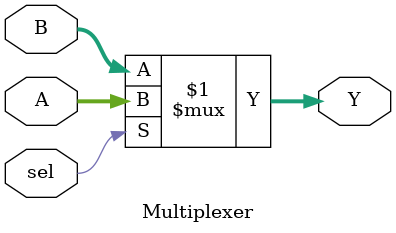
<source format=v>
`timescale 1ns/1ns

module Multiplexer (input [7:0] A,B, input sel, output [7:0] Y);
    assign Y = sel ? A : B;
endmodule




</source>
